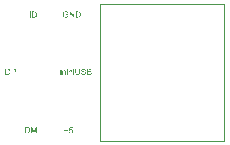
<source format=gto>
G04*
G04 #@! TF.GenerationSoftware,Altium Limited,Altium Designer,18.1.2 (67)*
G04*
G04 Layer_Color=65535*
%FSLAX25Y25*%
%MOIN*%
G70*
G01*
G75*
%ADD10C,0.00394*%
G36*
X10682Y18266D02*
X10436D01*
Y18548D01*
X10682D01*
Y18266D01*
D02*
G37*
G36*
X8495D02*
X8249D01*
Y18548D01*
X8495D01*
Y18266D01*
D02*
G37*
G36*
X13869Y18580D02*
X13893Y18578D01*
X13917Y18576D01*
X13945Y18574D01*
X14006Y18565D01*
X14074Y18552D01*
X14142Y18532D01*
X14207Y18508D01*
X14209D01*
X14213Y18504D01*
X14224Y18502D01*
X14235Y18495D01*
X14248Y18486D01*
X14266Y18478D01*
X14303Y18456D01*
X14346Y18426D01*
X14390Y18388D01*
X14432Y18347D01*
X14469Y18297D01*
X14471Y18295D01*
X14473Y18290D01*
X14477Y18284D01*
X14484Y18273D01*
X14490Y18260D01*
X14499Y18245D01*
X14506Y18225D01*
X14516Y18205D01*
X14534Y18159D01*
X14549Y18105D01*
X14562Y18046D01*
X14569Y17981D01*
X14314Y17961D01*
Y17963D01*
X14312Y17970D01*
Y17979D01*
X14309Y17992D01*
X14305Y18009D01*
X14301Y18027D01*
X14288Y18068D01*
X14270Y18114D01*
X14244Y18162D01*
X14213Y18207D01*
X14194Y18227D01*
X14172Y18247D01*
X14170Y18249D01*
X14168Y18251D01*
X14159Y18255D01*
X14150Y18262D01*
X14137Y18269D01*
X14122Y18277D01*
X14105Y18286D01*
X14085Y18297D01*
X14061Y18306D01*
X14035Y18314D01*
X14006Y18323D01*
X13976Y18330D01*
X13941Y18336D01*
X13904Y18340D01*
X13865Y18345D01*
X13802D01*
X13784Y18343D01*
X13764D01*
X13743Y18340D01*
X13716Y18338D01*
X13690Y18334D01*
X13631Y18323D01*
X13575Y18308D01*
X13520Y18286D01*
X13494Y18271D01*
X13472Y18255D01*
X13470D01*
X13468Y18251D01*
X13455Y18240D01*
X13437Y18221D01*
X13418Y18194D01*
X13398Y18164D01*
X13381Y18127D01*
X13368Y18088D01*
X13365Y18066D01*
X13363Y18042D01*
Y18040D01*
Y18037D01*
X13365Y18024D01*
X13368Y18005D01*
X13372Y17981D01*
X13383Y17952D01*
X13396Y17922D01*
X13413Y17894D01*
X13440Y17865D01*
X13444Y17863D01*
X13448Y17859D01*
X13457Y17852D01*
X13468Y17846D01*
X13481Y17839D01*
X13498Y17830D01*
X13518Y17819D01*
X13542Y17808D01*
X13570Y17798D01*
X13603Y17787D01*
X13640Y17774D01*
X13684Y17761D01*
X13729Y17748D01*
X13782Y17732D01*
X13841Y17719D01*
X13845D01*
X13856Y17717D01*
X13871Y17713D01*
X13893Y17706D01*
X13919Y17702D01*
X13950Y17693D01*
X13982Y17686D01*
X14017Y17676D01*
X14091Y17656D01*
X14165Y17636D01*
X14200Y17625D01*
X14231Y17615D01*
X14261Y17604D01*
X14285Y17593D01*
X14288D01*
X14294Y17588D01*
X14303Y17584D01*
X14314Y17578D01*
X14329Y17571D01*
X14346Y17560D01*
X14383Y17536D01*
X14427Y17508D01*
X14469Y17473D01*
X14510Y17431D01*
X14527Y17410D01*
X14545Y17388D01*
Y17386D01*
X14549Y17381D01*
X14554Y17375D01*
X14558Y17366D01*
X14564Y17355D01*
X14571Y17340D01*
X14589Y17305D01*
X14604Y17264D01*
X14617Y17216D01*
X14626Y17161D01*
X14630Y17102D01*
Y17100D01*
Y17096D01*
Y17087D01*
X14628Y17076D01*
Y17061D01*
X14626Y17046D01*
X14619Y17004D01*
X14608Y16958D01*
X14591Y16908D01*
X14567Y16856D01*
X14554Y16827D01*
X14536Y16801D01*
Y16799D01*
X14532Y16795D01*
X14527Y16788D01*
X14519Y16777D01*
X14499Y16753D01*
X14469Y16721D01*
X14432Y16686D01*
X14386Y16649D01*
X14333Y16614D01*
X14272Y16581D01*
X14270D01*
X14264Y16577D01*
X14255Y16575D01*
X14242Y16568D01*
X14227Y16564D01*
X14207Y16557D01*
X14185Y16548D01*
X14159Y16542D01*
X14133Y16535D01*
X14102Y16527D01*
X14037Y16516D01*
X13965Y16507D01*
X13886Y16503D01*
X13860D01*
X13841Y16505D01*
X13817D01*
X13791Y16507D01*
X13760Y16509D01*
X13725Y16514D01*
X13653Y16522D01*
X13577Y16535D01*
X13501Y16555D01*
X13427Y16581D01*
X13424D01*
X13418Y16586D01*
X13409Y16590D01*
X13396Y16597D01*
X13381Y16605D01*
X13363Y16614D01*
X13322Y16640D01*
X13276Y16673D01*
X13228Y16714D01*
X13180Y16762D01*
X13139Y16819D01*
X13137Y16821D01*
X13134Y16825D01*
X13130Y16834D01*
X13124Y16847D01*
X13115Y16862D01*
X13106Y16880D01*
X13095Y16902D01*
X13086Y16926D01*
X13076Y16950D01*
X13067Y16978D01*
X13049Y17041D01*
X13036Y17109D01*
X13032Y17146D01*
X13030Y17183D01*
X13280Y17205D01*
Y17202D01*
Y17198D01*
X13283Y17189D01*
X13285Y17178D01*
X13287Y17165D01*
X13289Y17152D01*
X13298Y17115D01*
X13309Y17076D01*
X13322Y17035D01*
X13339Y16993D01*
X13361Y16954D01*
X13363Y16950D01*
X13374Y16939D01*
X13389Y16921D01*
X13411Y16899D01*
X13440Y16873D01*
X13475Y16849D01*
X13516Y16823D01*
X13564Y16799D01*
X13566D01*
X13570Y16797D01*
X13577Y16795D01*
X13588Y16791D01*
X13601Y16786D01*
X13616Y16780D01*
X13634Y16775D01*
X13653Y16771D01*
X13699Y16760D01*
X13754Y16749D01*
X13810Y16743D01*
X13873Y16740D01*
X13900D01*
X13913Y16743D01*
X13928D01*
X13963Y16747D01*
X14004Y16751D01*
X14050Y16758D01*
X14096Y16769D01*
X14139Y16784D01*
X14142D01*
X14144Y16786D01*
X14150Y16788D01*
X14159Y16793D01*
X14179Y16804D01*
X14205Y16817D01*
X14233Y16834D01*
X14264Y16856D01*
X14290Y16880D01*
X14314Y16908D01*
X14316Y16913D01*
X14322Y16921D01*
X14333Y16939D01*
X14344Y16961D01*
X14353Y16987D01*
X14364Y17015D01*
X14370Y17048D01*
X14373Y17080D01*
Y17083D01*
Y17085D01*
Y17096D01*
X14370Y17115D01*
X14366Y17137D01*
X14359Y17163D01*
X14349Y17192D01*
X14336Y17220D01*
X14316Y17246D01*
X14314Y17248D01*
X14305Y17257D01*
X14292Y17270D01*
X14272Y17288D01*
X14248Y17305D01*
X14216Y17325D01*
X14179Y17344D01*
X14135Y17364D01*
X14131Y17366D01*
X14126Y17368D01*
X14118Y17370D01*
X14109Y17373D01*
X14096Y17377D01*
X14078Y17383D01*
X14061Y17388D01*
X14037Y17394D01*
X14013Y17403D01*
X13982Y17410D01*
X13950Y17418D01*
X13913Y17429D01*
X13873Y17438D01*
X13828Y17451D01*
X13778Y17462D01*
X13775D01*
X13767Y17464D01*
X13751Y17469D01*
X13734Y17473D01*
X13710Y17479D01*
X13684Y17486D01*
X13658Y17495D01*
X13627Y17503D01*
X13562Y17523D01*
X13498Y17545D01*
X13468Y17556D01*
X13440Y17567D01*
X13413Y17578D01*
X13392Y17588D01*
X13389D01*
X13385Y17593D01*
X13379Y17597D01*
X13368Y17601D01*
X13341Y17617D01*
X13311Y17639D01*
X13274Y17667D01*
X13239Y17697D01*
X13204Y17734D01*
X13176Y17774D01*
Y17776D01*
X13174Y17778D01*
X13169Y17785D01*
X13165Y17793D01*
X13154Y17817D01*
X13141Y17848D01*
X13128Y17885D01*
X13117Y17929D01*
X13108Y17976D01*
X13106Y18027D01*
Y18029D01*
Y18033D01*
Y18042D01*
X13108Y18053D01*
Y18066D01*
X13110Y18081D01*
X13117Y18120D01*
X13128Y18164D01*
X13141Y18210D01*
X13163Y18260D01*
X13191Y18310D01*
Y18312D01*
X13195Y18316D01*
X13200Y18323D01*
X13206Y18332D01*
X13228Y18356D01*
X13257Y18386D01*
X13291Y18419D01*
X13335Y18452D01*
X13385Y18484D01*
X13444Y18513D01*
X13446D01*
X13451Y18515D01*
X13461Y18519D01*
X13472Y18524D01*
X13487Y18528D01*
X13507Y18534D01*
X13529Y18541D01*
X13553Y18548D01*
X13579Y18554D01*
X13608Y18561D01*
X13668Y18572D01*
X13738Y18580D01*
X13812Y18583D01*
X13849D01*
X13869Y18580D01*
D02*
G37*
G36*
X9590Y18024D02*
X9603D01*
X9635Y18020D01*
X9673Y18016D01*
X9714Y18007D01*
X9755Y17994D01*
X9797Y17979D01*
X9799D01*
X9801Y17976D01*
X9814Y17970D01*
X9834Y17959D01*
X9860Y17946D01*
X9886Y17926D01*
X9915Y17907D01*
X9941Y17883D01*
X9962Y17854D01*
X9965Y17850D01*
X9971Y17841D01*
X9980Y17824D01*
X9993Y17802D01*
X10006Y17776D01*
X10017Y17745D01*
X10030Y17710D01*
X10039Y17671D01*
Y17669D01*
X10041Y17658D01*
X10043Y17641D01*
X10047Y17617D01*
X10050Y17584D01*
Y17564D01*
X10052Y17543D01*
Y17519D01*
X10054Y17490D01*
Y17462D01*
Y17431D01*
Y16535D01*
X9808D01*
Y17423D01*
Y17425D01*
Y17429D01*
Y17438D01*
Y17447D01*
Y17460D01*
X9805Y17475D01*
X9803Y17508D01*
X9801Y17545D01*
X9795Y17582D01*
X9788Y17617D01*
X9777Y17647D01*
X9775Y17652D01*
X9771Y17660D01*
X9764Y17673D01*
X9753Y17691D01*
X9740Y17710D01*
X9723Y17730D01*
X9701Y17750D01*
X9675Y17767D01*
X9673Y17769D01*
X9662Y17774D01*
X9646Y17782D01*
X9627Y17791D01*
X9601Y17798D01*
X9572Y17806D01*
X9540Y17811D01*
X9503Y17813D01*
X9487D01*
X9476Y17811D01*
X9463D01*
X9446Y17808D01*
X9409Y17800D01*
X9367Y17789D01*
X9322Y17772D01*
X9276Y17745D01*
X9252Y17730D01*
X9230Y17713D01*
X9228Y17710D01*
X9226Y17708D01*
X9219Y17702D01*
X9213Y17693D01*
X9204Y17680D01*
X9195Y17667D01*
X9184Y17649D01*
X9173Y17628D01*
X9162Y17604D01*
X9151Y17575D01*
X9143Y17545D01*
X9134Y17510D01*
X9127Y17471D01*
X9121Y17429D01*
X9119Y17381D01*
X9117Y17331D01*
Y16535D01*
X8870D01*
Y17994D01*
X9093D01*
Y17785D01*
X9095Y17787D01*
X9099Y17796D01*
X9110Y17806D01*
X9123Y17822D01*
X9138Y17841D01*
X9158Y17861D01*
X9182Y17883D01*
X9210Y17907D01*
X9241Y17929D01*
X9276Y17950D01*
X9313Y17970D01*
X9354Y17989D01*
X9400Y18005D01*
X9448Y18016D01*
X9500Y18024D01*
X9555Y18027D01*
X9577D01*
X9590Y18024D01*
D02*
G37*
G36*
X7464D02*
X7484Y18022D01*
X7503Y18020D01*
X7527Y18016D01*
X7554Y18011D01*
X7606Y17996D01*
X7663Y17974D01*
X7689Y17961D01*
X7715Y17946D01*
X7741Y17926D01*
X7763Y17905D01*
X7765Y17902D01*
X7767Y17898D01*
X7774Y17891D01*
X7780Y17883D01*
X7791Y17870D01*
X7800Y17854D01*
X7811Y17835D01*
X7822Y17813D01*
X7833Y17789D01*
X7843Y17763D01*
X7854Y17732D01*
X7863Y17699D01*
X7870Y17662D01*
X7876Y17623D01*
X7878Y17582D01*
X7881Y17536D01*
Y16535D01*
X7634D01*
Y17453D01*
Y17455D01*
Y17460D01*
Y17469D01*
Y17477D01*
X7632Y17503D01*
Y17536D01*
X7628Y17571D01*
X7623Y17606D01*
X7619Y17639D01*
X7610Y17667D01*
Y17669D01*
X7606Y17678D01*
X7599Y17689D01*
X7591Y17704D01*
X7578Y17721D01*
X7564Y17739D01*
X7545Y17756D01*
X7523Y17772D01*
X7521Y17774D01*
X7512Y17778D01*
X7499Y17785D01*
X7482Y17793D01*
X7460Y17800D01*
X7434Y17806D01*
X7405Y17811D01*
X7375Y17813D01*
X7360D01*
X7349Y17811D01*
X7336D01*
X7320Y17808D01*
X7286Y17800D01*
X7244Y17789D01*
X7200Y17769D01*
X7159Y17745D01*
X7137Y17728D01*
X7118Y17710D01*
Y17708D01*
X7113Y17706D01*
X7109Y17699D01*
X7102Y17691D01*
X7094Y17680D01*
X7085Y17667D01*
X7076Y17649D01*
X7067Y17632D01*
X7057Y17610D01*
X7048Y17586D01*
X7039Y17558D01*
X7030Y17529D01*
X7024Y17497D01*
X7019Y17460D01*
X7017Y17423D01*
X7015Y17381D01*
Y16535D01*
X6769D01*
Y17481D01*
Y17484D01*
Y17488D01*
Y17497D01*
Y17510D01*
X6767Y17523D01*
Y17538D01*
X6762Y17575D01*
X6753Y17615D01*
X6743Y17656D01*
X6727Y17695D01*
X6708Y17730D01*
X6706Y17734D01*
X6697Y17743D01*
X6682Y17756D01*
X6662Y17772D01*
X6634Y17787D01*
X6601Y17800D01*
X6560Y17808D01*
X6511Y17813D01*
X6494D01*
X6475Y17811D01*
X6448Y17806D01*
X6418Y17800D01*
X6385Y17789D01*
X6352Y17776D01*
X6318Y17756D01*
X6313Y17754D01*
X6302Y17745D01*
X6287Y17734D01*
X6270Y17715D01*
X6248Y17693D01*
X6226Y17665D01*
X6206Y17632D01*
X6189Y17595D01*
Y17593D01*
X6187Y17591D01*
X6185Y17584D01*
X6182Y17575D01*
X6180Y17564D01*
X6176Y17551D01*
X6174Y17536D01*
X6169Y17519D01*
X6165Y17497D01*
X6163Y17475D01*
X6158Y17451D01*
X6156Y17423D01*
X6154Y17394D01*
X6152Y17362D01*
X6150Y17329D01*
Y17292D01*
Y16535D01*
X5903D01*
Y17994D01*
X6123D01*
Y17791D01*
X6128Y17793D01*
X6137Y17806D01*
X6152Y17826D01*
X6174Y17850D01*
X6200Y17878D01*
X6230Y17907D01*
X6265Y17935D01*
X6307Y17961D01*
X6309D01*
X6311Y17963D01*
X6318Y17968D01*
X6326Y17972D01*
X6337Y17976D01*
X6350Y17983D01*
X6381Y17994D01*
X6420Y18007D01*
X6464Y18016D01*
X6514Y18024D01*
X6566Y18027D01*
X6592D01*
X6607Y18024D01*
X6623Y18022D01*
X6660Y18018D01*
X6701Y18009D01*
X6745Y17998D01*
X6788Y17981D01*
X6830Y17959D01*
X6832D01*
X6834Y17957D01*
X6847Y17946D01*
X6865Y17931D01*
X6889Y17911D01*
X6913Y17883D01*
X6937Y17852D01*
X6959Y17815D01*
X6978Y17772D01*
X6980Y17774D01*
X6987Y17782D01*
X6995Y17796D01*
X7011Y17811D01*
X7026Y17830D01*
X7048Y17852D01*
X7072Y17876D01*
X7100Y17900D01*
X7131Y17922D01*
X7166Y17946D01*
X7203Y17968D01*
X7242Y17987D01*
X7286Y18003D01*
X7331Y18016D01*
X7379Y18024D01*
X7429Y18027D01*
X7451D01*
X7464Y18024D01*
D02*
G37*
G36*
X12674Y17386D02*
Y17381D01*
Y17373D01*
Y17357D01*
Y17335D01*
X12672Y17309D01*
X12670Y17281D01*
X12668Y17248D01*
X12666Y17211D01*
X12657Y17135D01*
X12646Y17054D01*
X12629Y16976D01*
X12618Y16939D01*
X12605Y16904D01*
Y16902D01*
X12603Y16895D01*
X12598Y16886D01*
X12592Y16873D01*
X12583Y16858D01*
X12574Y16841D01*
X12548Y16801D01*
X12533Y16777D01*
X12515Y16756D01*
X12494Y16729D01*
X12472Y16705D01*
X12445Y16681D01*
X12419Y16657D01*
X12389Y16636D01*
X12356Y16614D01*
X12354Y16612D01*
X12347Y16610D01*
X12339Y16603D01*
X12323Y16597D01*
X12306Y16588D01*
X12284Y16579D01*
X12260Y16568D01*
X12230Y16559D01*
X12199Y16548D01*
X12164Y16538D01*
X12125Y16529D01*
X12084Y16520D01*
X12038Y16514D01*
X11990Y16507D01*
X11940Y16505D01*
X11887Y16503D01*
X11859D01*
X11840Y16505D01*
X11816D01*
X11789Y16507D01*
X11757Y16511D01*
X11724Y16516D01*
X11650Y16527D01*
X11571Y16544D01*
X11495Y16568D01*
X11458Y16581D01*
X11423Y16599D01*
X11421Y16601D01*
X11414Y16603D01*
X11406Y16610D01*
X11395Y16616D01*
X11379Y16627D01*
X11362Y16640D01*
X11345Y16653D01*
X11325Y16671D01*
X11281Y16710D01*
X11240Y16758D01*
X11201Y16815D01*
X11183Y16847D01*
X11168Y16880D01*
Y16882D01*
X11166Y16889D01*
X11162Y16899D01*
X11157Y16915D01*
X11151Y16932D01*
X11144Y16956D01*
X11137Y16982D01*
X11131Y17013D01*
X11122Y17048D01*
X11116Y17085D01*
X11109Y17126D01*
X11105Y17172D01*
X11098Y17220D01*
X11096Y17272D01*
X11092Y17327D01*
Y17386D01*
Y18548D01*
X11358D01*
Y17386D01*
Y17383D01*
Y17375D01*
Y17362D01*
Y17342D01*
X11360Y17320D01*
Y17296D01*
X11362Y17268D01*
X11364Y17240D01*
X11369Y17176D01*
X11377Y17113D01*
X11390Y17052D01*
X11397Y17024D01*
X11406Y17000D01*
Y16998D01*
X11408Y16995D01*
X11410Y16989D01*
X11414Y16980D01*
X11428Y16956D01*
X11445Y16930D01*
X11467Y16897D01*
X11495Y16867D01*
X11530Y16836D01*
X11571Y16808D01*
X11574D01*
X11578Y16806D01*
X11584Y16801D01*
X11593Y16797D01*
X11604Y16793D01*
X11619Y16788D01*
X11635Y16782D01*
X11652Y16775D01*
X11696Y16764D01*
X11746Y16753D01*
X11802Y16745D01*
X11863Y16743D01*
X11892D01*
X11911Y16745D01*
X11935Y16747D01*
X11964Y16749D01*
X11994Y16753D01*
X12027Y16760D01*
X12094Y16775D01*
X12129Y16786D01*
X12164Y16799D01*
X12197Y16815D01*
X12228Y16832D01*
X12256Y16851D01*
X12282Y16875D01*
X12284Y16878D01*
X12289Y16882D01*
X12293Y16891D01*
X12302Y16902D01*
X12310Y16917D01*
X12321Y16937D01*
X12334Y16961D01*
X12345Y16989D01*
X12356Y17022D01*
X12369Y17059D01*
X12380Y17100D01*
X12389Y17146D01*
X12398Y17198D01*
X12404Y17255D01*
X12406Y17318D01*
X12409Y17386D01*
Y18548D01*
X12674D01*
Y17386D01*
D02*
G37*
G36*
X15792Y18545D02*
X15816D01*
X15840Y18543D01*
X15868Y18539D01*
X15925Y18532D01*
X15988Y18521D01*
X16047Y18506D01*
X16104Y18484D01*
X16106D01*
X16110Y18482D01*
X16117Y18478D01*
X16127Y18473D01*
X16151Y18458D01*
X16184Y18439D01*
X16219Y18412D01*
X16254Y18380D01*
X16289Y18340D01*
X16321Y18297D01*
Y18295D01*
X16326Y18290D01*
X16328Y18284D01*
X16335Y18275D01*
X16341Y18264D01*
X16348Y18249D01*
X16363Y18216D01*
X16376Y18177D01*
X16389Y18131D01*
X16398Y18083D01*
X16402Y18031D01*
Y18029D01*
Y18024D01*
Y18018D01*
Y18009D01*
X16398Y17985D01*
X16394Y17952D01*
X16385Y17915D01*
X16372Y17874D01*
X16354Y17832D01*
X16330Y17789D01*
Y17787D01*
X16328Y17785D01*
X16324Y17778D01*
X16317Y17769D01*
X16302Y17750D01*
X16278Y17724D01*
X16250Y17695D01*
X16213Y17665D01*
X16171Y17634D01*
X16121Y17606D01*
X16123D01*
X16130Y17604D01*
X16138Y17599D01*
X16151Y17595D01*
X16167Y17588D01*
X16184Y17582D01*
X16223Y17562D01*
X16269Y17538D01*
X16315Y17505D01*
X16361Y17469D01*
X16400Y17423D01*
X16402Y17421D01*
X16404Y17416D01*
X16409Y17410D01*
X16415Y17401D01*
X16424Y17388D01*
X16433Y17373D01*
X16442Y17355D01*
X16450Y17335D01*
X16468Y17292D01*
X16485Y17240D01*
X16496Y17181D01*
X16500Y17150D01*
Y17118D01*
Y17115D01*
Y17111D01*
Y17104D01*
Y17094D01*
X16498Y17080D01*
Y17067D01*
X16494Y17032D01*
X16485Y16991D01*
X16474Y16948D01*
X16459Y16899D01*
X16439Y16854D01*
Y16851D01*
X16437Y16849D01*
X16433Y16843D01*
X16428Y16834D01*
X16415Y16812D01*
X16398Y16786D01*
X16378Y16756D01*
X16352Y16725D01*
X16324Y16695D01*
X16291Y16666D01*
X16287Y16664D01*
X16276Y16655D01*
X16256Y16644D01*
X16230Y16629D01*
X16199Y16614D01*
X16162Y16597D01*
X16119Y16581D01*
X16071Y16568D01*
X16069D01*
X16064Y16566D01*
X16058D01*
X16047Y16564D01*
X16034Y16562D01*
X16018Y16557D01*
X16001Y16555D01*
X15981Y16553D01*
X15960Y16548D01*
X15934Y16546D01*
X15879Y16540D01*
X15816Y16538D01*
X15746Y16535D01*
X14981D01*
Y18548D01*
X15772D01*
X15792Y18545D01*
D02*
G37*
G36*
X10682Y16535D02*
X10436D01*
Y17994D01*
X10682D01*
Y16535D01*
D02*
G37*
G36*
X8495D02*
X8249D01*
Y17994D01*
X8495D01*
Y16535D01*
D02*
G37*
G36*
X8095Y-1845D02*
X8643D01*
Y-2076D01*
X8095D01*
Y-2628D01*
X7862D01*
Y-2076D01*
X7315D01*
Y-1845D01*
X7862D01*
Y-1298D01*
X8095D01*
Y-1845D01*
D02*
G37*
G36*
X10155Y-1202D02*
X9351D01*
X9244Y-1743D01*
X9246Y-1741D01*
X9253Y-1736D01*
X9262Y-1732D01*
X9275Y-1723D01*
X9292Y-1715D01*
X9312Y-1704D01*
X9334Y-1691D01*
X9360Y-1680D01*
X9386Y-1669D01*
X9416Y-1656D01*
X9480Y-1636D01*
X9515Y-1627D01*
X9550Y-1621D01*
X9586Y-1619D01*
X9624Y-1616D01*
X9634D01*
X9650Y-1619D01*
X9667D01*
X9689Y-1623D01*
X9715Y-1625D01*
X9746Y-1632D01*
X9776Y-1638D01*
X9811Y-1649D01*
X9846Y-1660D01*
X9883Y-1675D01*
X9920Y-1693D01*
X9957Y-1715D01*
X9994Y-1739D01*
X10031Y-1767D01*
X10066Y-1799D01*
X10068Y-1802D01*
X10075Y-1808D01*
X10084Y-1819D01*
X10095Y-1832D01*
X10110Y-1850D01*
X10125Y-1874D01*
X10140Y-1898D01*
X10158Y-1926D01*
X10175Y-1959D01*
X10190Y-1996D01*
X10208Y-2033D01*
X10221Y-2076D01*
X10232Y-2120D01*
X10240Y-2168D01*
X10247Y-2218D01*
X10249Y-2270D01*
Y-2273D01*
Y-2283D01*
Y-2297D01*
X10247Y-2316D01*
X10245Y-2340D01*
X10240Y-2366D01*
X10236Y-2397D01*
X10230Y-2432D01*
X10221Y-2467D01*
X10210Y-2506D01*
X10197Y-2545D01*
X10182Y-2584D01*
X10164Y-2624D01*
X10142Y-2665D01*
X10118Y-2704D01*
X10090Y-2741D01*
X10088Y-2743D01*
X10081Y-2752D01*
X10070Y-2763D01*
X10055Y-2778D01*
X10036Y-2798D01*
X10012Y-2818D01*
X9983Y-2842D01*
X9951Y-2863D01*
X9916Y-2885D01*
X9877Y-2909D01*
X9833Y-2929D01*
X9785Y-2946D01*
X9735Y-2964D01*
X9680Y-2974D01*
X9624Y-2983D01*
X9562Y-2985D01*
X9536D01*
X9517Y-2983D01*
X9493Y-2981D01*
X9467Y-2977D01*
X9436Y-2972D01*
X9403Y-2966D01*
X9369Y-2959D01*
X9331Y-2948D01*
X9294Y-2935D01*
X9257Y-2920D01*
X9220Y-2903D01*
X9183Y-2883D01*
X9148Y-2859D01*
X9114Y-2833D01*
X9111Y-2831D01*
X9107Y-2826D01*
X9098Y-2818D01*
X9087Y-2805D01*
X9072Y-2789D01*
X9057Y-2772D01*
X9042Y-2750D01*
X9024Y-2724D01*
X9007Y-2698D01*
X8989Y-2667D01*
X8974Y-2632D01*
X8959Y-2597D01*
X8943Y-2558D01*
X8933Y-2517D01*
X8924Y-2471D01*
X8917Y-2425D01*
X9177Y-2406D01*
Y-2408D01*
X9179Y-2414D01*
X9181Y-2423D01*
X9183Y-2436D01*
X9185Y-2451D01*
X9192Y-2471D01*
X9203Y-2512D01*
X9220Y-2558D01*
X9244Y-2606D01*
X9273Y-2650D01*
X9290Y-2669D01*
X9307Y-2689D01*
X9310D01*
X9312Y-2693D01*
X9318Y-2698D01*
X9327Y-2704D01*
X9349Y-2719D01*
X9379Y-2735D01*
X9416Y-2752D01*
X9460Y-2767D01*
X9508Y-2778D01*
X9534Y-2781D01*
X9562Y-2783D01*
X9580D01*
X9593Y-2781D01*
X9608Y-2778D01*
X9626Y-2776D01*
X9667Y-2765D01*
X9715Y-2750D01*
X9739Y-2739D01*
X9765Y-2726D01*
X9791Y-2711D01*
X9815Y-2693D01*
X9839Y-2674D01*
X9863Y-2650D01*
X9866Y-2648D01*
X9868Y-2643D01*
X9874Y-2637D01*
X9883Y-2626D01*
X9892Y-2610D01*
X9903Y-2595D01*
X9913Y-2576D01*
X9927Y-2554D01*
X9938Y-2530D01*
X9948Y-2504D01*
X9959Y-2473D01*
X9968Y-2443D01*
X9977Y-2408D01*
X9983Y-2371D01*
X9985Y-2334D01*
X9988Y-2292D01*
Y-2290D01*
Y-2283D01*
Y-2273D01*
X9985Y-2257D01*
X9983Y-2240D01*
X9981Y-2218D01*
X9977Y-2196D01*
X9972Y-2170D01*
X9959Y-2118D01*
X9938Y-2061D01*
X9924Y-2035D01*
X9907Y-2009D01*
X9889Y-1983D01*
X9868Y-1959D01*
X9866Y-1956D01*
X9863Y-1954D01*
X9855Y-1948D01*
X9846Y-1939D01*
X9835Y-1930D01*
X9820Y-1919D01*
X9804Y-1908D01*
X9785Y-1895D01*
X9763Y-1885D01*
X9741Y-1874D01*
X9687Y-1854D01*
X9658Y-1845D01*
X9626Y-1839D01*
X9593Y-1837D01*
X9558Y-1834D01*
X9539D01*
X9515Y-1837D01*
X9486Y-1841D01*
X9451Y-1847D01*
X9414Y-1858D01*
X9377Y-1871D01*
X9340Y-1891D01*
X9336Y-1893D01*
X9325Y-1900D01*
X9307Y-1913D01*
X9286Y-1928D01*
X9264Y-1950D01*
X9238Y-1974D01*
X9214Y-2002D01*
X9192Y-2033D01*
X8961Y-2000D01*
X9155Y-967D01*
X10155D01*
Y-1202D01*
D02*
G37*
G36*
X-1733Y-2953D02*
X-1991D01*
Y-1268D01*
X-2579Y-2953D01*
X-2819D01*
X-3399Y-1239D01*
Y-2953D01*
X-3656D01*
Y-941D01*
X-3257D01*
X-2780Y-2366D01*
Y-2369D01*
X-2778Y-2375D01*
X-2773Y-2386D01*
X-2769Y-2399D01*
X-2765Y-2414D01*
X-2758Y-2434D01*
X-2743Y-2478D01*
X-2728Y-2526D01*
X-2712Y-2576D01*
X-2697Y-2621D01*
X-2691Y-2643D01*
X-2684Y-2663D01*
Y-2661D01*
X-2682Y-2658D01*
X-2680Y-2652D01*
X-2678Y-2643D01*
X-2673Y-2630D01*
X-2669Y-2617D01*
X-2664Y-2600D01*
X-2658Y-2582D01*
X-2651Y-2560D01*
X-2643Y-2536D01*
X-2634Y-2510D01*
X-2625Y-2480D01*
X-2614Y-2449D01*
X-2603Y-2414D01*
X-2590Y-2379D01*
X-2577Y-2340D01*
X-2093Y-941D01*
X-1733D01*
Y-2953D01*
D02*
G37*
G36*
X-4905Y-943D02*
X-4879D01*
X-4853Y-945D01*
X-4794Y-947D01*
X-4735Y-954D01*
X-4677Y-960D01*
X-4650Y-967D01*
X-4626Y-971D01*
X-4624D01*
X-4618Y-973D01*
X-4609Y-975D01*
X-4598Y-980D01*
X-4583Y-984D01*
X-4565Y-989D01*
X-4524Y-1004D01*
X-4478Y-1024D01*
X-4430Y-1047D01*
X-4380Y-1078D01*
X-4332Y-1115D01*
X-4330Y-1117D01*
X-4326Y-1122D01*
X-4317Y-1128D01*
X-4306Y-1139D01*
X-4293Y-1152D01*
X-4278Y-1170D01*
X-4260Y-1187D01*
X-4243Y-1209D01*
X-4223Y-1233D01*
X-4203Y-1259D01*
X-4184Y-1287D01*
X-4164Y-1318D01*
X-4127Y-1385D01*
X-4095Y-1459D01*
Y-1462D01*
X-4090Y-1468D01*
X-4088Y-1481D01*
X-4081Y-1496D01*
X-4075Y-1516D01*
X-4068Y-1540D01*
X-4062Y-1566D01*
X-4053Y-1597D01*
X-4047Y-1632D01*
X-4040Y-1669D01*
X-4033Y-1708D01*
X-4027Y-1749D01*
X-4020Y-1793D01*
X-4018Y-1839D01*
X-4014Y-1937D01*
Y-1939D01*
Y-1948D01*
Y-1959D01*
Y-1976D01*
X-4016Y-1996D01*
Y-2020D01*
X-4018Y-2046D01*
X-4020Y-2074D01*
X-4027Y-2137D01*
X-4038Y-2205D01*
X-4051Y-2275D01*
X-4068Y-2345D01*
Y-2347D01*
X-4070Y-2353D01*
X-4075Y-2362D01*
X-4077Y-2373D01*
X-4084Y-2388D01*
X-4090Y-2406D01*
X-4105Y-2447D01*
X-4125Y-2493D01*
X-4149Y-2543D01*
X-4175Y-2591D01*
X-4206Y-2637D01*
Y-2639D01*
X-4210Y-2641D01*
X-4214Y-2648D01*
X-4221Y-2656D01*
X-4236Y-2676D01*
X-4260Y-2702D01*
X-4286Y-2733D01*
X-4317Y-2763D01*
X-4352Y-2791D01*
X-4389Y-2820D01*
X-4391D01*
X-4393Y-2822D01*
X-4406Y-2831D01*
X-4428Y-2842D01*
X-4456Y-2857D01*
X-4491Y-2872D01*
X-4533Y-2889D01*
X-4581Y-2905D01*
X-4631Y-2920D01*
X-4633D01*
X-4637Y-2922D01*
X-4644D01*
X-4655Y-2924D01*
X-4668Y-2927D01*
X-4685Y-2931D01*
X-4703Y-2933D01*
X-4722Y-2935D01*
X-4770Y-2942D01*
X-4825Y-2948D01*
X-4886Y-2951D01*
X-4951Y-2953D01*
X-5677D01*
Y-941D01*
X-4927D01*
X-4905Y-943D01*
D02*
G37*
G36*
X-9303Y18545D02*
X-9253Y18543D01*
X-9203Y18539D01*
X-9155Y18534D01*
X-9131Y18532D01*
X-9111Y18528D01*
X-9109D01*
X-9105Y18526D01*
X-9096D01*
X-9087Y18524D01*
X-9074Y18519D01*
X-9059Y18517D01*
X-9024Y18506D01*
X-8985Y18493D01*
X-8943Y18476D01*
X-8902Y18456D01*
X-8863Y18432D01*
X-8861D01*
X-8858Y18430D01*
X-8845Y18419D01*
X-8828Y18404D01*
X-8804Y18382D01*
X-8780Y18356D01*
X-8752Y18321D01*
X-8725Y18284D01*
X-8702Y18238D01*
Y18236D01*
X-8699Y18232D01*
X-8695Y18225D01*
X-8691Y18216D01*
X-8686Y18205D01*
X-8682Y18190D01*
X-8669Y18157D01*
X-8658Y18116D01*
X-8647Y18070D01*
X-8640Y18018D01*
X-8638Y17963D01*
Y17961D01*
Y17952D01*
Y17939D01*
X-8640Y17920D01*
X-8643Y17898D01*
X-8647Y17874D01*
X-8651Y17846D01*
X-8658Y17813D01*
X-8667Y17780D01*
X-8677Y17745D01*
X-8691Y17710D01*
X-8708Y17673D01*
X-8725Y17636D01*
X-8747Y17599D01*
X-8773Y17564D01*
X-8802Y17529D01*
X-8804Y17527D01*
X-8811Y17523D01*
X-8819Y17514D01*
X-8834Y17501D01*
X-8852Y17488D01*
X-8876Y17473D01*
X-8904Y17458D01*
X-8937Y17442D01*
X-8976Y17425D01*
X-9018Y17410D01*
X-9068Y17394D01*
X-9120Y17381D01*
X-9181Y17370D01*
X-9246Y17362D01*
X-9316Y17355D01*
X-9395Y17353D01*
X-9909D01*
Y16535D01*
X-10175D01*
Y18548D01*
X-9347D01*
X-9303Y18545D01*
D02*
G37*
G36*
X-11433D02*
X-11407D01*
X-11381Y18543D01*
X-11322Y18541D01*
X-11263Y18534D01*
X-11204Y18528D01*
X-11178Y18521D01*
X-11154Y18517D01*
X-11152D01*
X-11145Y18515D01*
X-11136Y18513D01*
X-11126Y18508D01*
X-11110Y18504D01*
X-11093Y18500D01*
X-11051Y18484D01*
X-11006Y18465D01*
X-10958Y18441D01*
X-10908Y18410D01*
X-10860Y18373D01*
X-10858Y18371D01*
X-10853Y18367D01*
X-10844Y18360D01*
X-10834Y18349D01*
X-10820Y18336D01*
X-10805Y18319D01*
X-10788Y18301D01*
X-10770Y18279D01*
X-10751Y18255D01*
X-10731Y18229D01*
X-10711Y18201D01*
X-10692Y18170D01*
X-10655Y18103D01*
X-10622Y18029D01*
Y18027D01*
X-10618Y18020D01*
X-10616Y18007D01*
X-10609Y17992D01*
X-10602Y17972D01*
X-10596Y17948D01*
X-10589Y17922D01*
X-10581Y17891D01*
X-10574Y17856D01*
X-10567Y17819D01*
X-10561Y17780D01*
X-10554Y17739D01*
X-10548Y17695D01*
X-10546Y17649D01*
X-10541Y17551D01*
Y17549D01*
Y17540D01*
Y17529D01*
Y17512D01*
X-10544Y17492D01*
Y17469D01*
X-10546Y17442D01*
X-10548Y17414D01*
X-10554Y17351D01*
X-10565Y17283D01*
X-10578Y17213D01*
X-10596Y17144D01*
Y17142D01*
X-10598Y17135D01*
X-10602Y17126D01*
X-10605Y17115D01*
X-10611Y17100D01*
X-10618Y17083D01*
X-10633Y17041D01*
X-10653Y16995D01*
X-10677Y16945D01*
X-10703Y16897D01*
X-10733Y16851D01*
Y16849D01*
X-10738Y16847D01*
X-10742Y16841D01*
X-10748Y16832D01*
X-10764Y16812D01*
X-10788Y16786D01*
X-10814Y16756D01*
X-10844Y16725D01*
X-10879Y16697D01*
X-10916Y16668D01*
X-10919D01*
X-10921Y16666D01*
X-10934Y16657D01*
X-10956Y16647D01*
X-10984Y16631D01*
X-11019Y16616D01*
X-11060Y16599D01*
X-11108Y16583D01*
X-11158Y16568D01*
X-11161D01*
X-11165Y16566D01*
X-11171D01*
X-11182Y16564D01*
X-11195Y16562D01*
X-11213Y16557D01*
X-11230Y16555D01*
X-11250Y16553D01*
X-11298Y16546D01*
X-11352Y16540D01*
X-11413Y16538D01*
X-11479Y16535D01*
X-12205D01*
Y18548D01*
X-11455D01*
X-11433Y18545D01*
D02*
G37*
G36*
X7983Y37675D02*
X8005Y37673D01*
X8029Y37670D01*
X8057Y37668D01*
X8118Y37659D01*
X8186Y37646D01*
X8253Y37629D01*
X8321Y37605D01*
X8323D01*
X8330Y37603D01*
X8338Y37598D01*
X8349Y37592D01*
X8364Y37585D01*
X8382Y37577D01*
X8421Y37555D01*
X8467Y37527D01*
X8513Y37494D01*
X8556Y37455D01*
X8598Y37409D01*
X8600Y37407D01*
X8602Y37402D01*
X8606Y37396D01*
X8615Y37387D01*
X8622Y37374D01*
X8633Y37359D01*
X8643Y37341D01*
X8654Y37319D01*
X8667Y37298D01*
X8678Y37274D01*
X8691Y37245D01*
X8704Y37217D01*
X8728Y37152D01*
X8750Y37080D01*
X8508Y37014D01*
Y37016D01*
X8506Y37021D01*
X8504Y37029D01*
X8500Y37040D01*
X8495Y37051D01*
X8491Y37067D01*
X8478Y37101D01*
X8460Y37141D01*
X8441Y37180D01*
X8419Y37219D01*
X8395Y37254D01*
X8393Y37258D01*
X8382Y37269D01*
X8367Y37285D01*
X8347Y37306D01*
X8319Y37328D01*
X8286Y37352D01*
X8247Y37374D01*
X8203Y37396D01*
X8201D01*
X8197Y37398D01*
X8190Y37400D01*
X8181Y37405D01*
X8170Y37409D01*
X8155Y37413D01*
X8122Y37424D01*
X8081Y37433D01*
X8035Y37442D01*
X7983Y37448D01*
X7928Y37450D01*
X7898D01*
X7883Y37448D01*
X7863D01*
X7843Y37446D01*
X7819Y37444D01*
X7772Y37437D01*
X7717Y37426D01*
X7665Y37413D01*
X7612Y37394D01*
X7610D01*
X7606Y37391D01*
X7599Y37387D01*
X7591Y37383D01*
X7566Y37372D01*
X7536Y37354D01*
X7501Y37332D01*
X7466Y37306D01*
X7429Y37278D01*
X7396Y37245D01*
X7392Y37241D01*
X7383Y37230D01*
X7368Y37210D01*
X7351Y37187D01*
X7331Y37158D01*
X7309Y37123D01*
X7290Y37086D01*
X7272Y37047D01*
Y37045D01*
X7270Y37038D01*
X7266Y37029D01*
X7261Y37014D01*
X7255Y36997D01*
X7248Y36977D01*
X7242Y36953D01*
X7235Y36927D01*
X7226Y36899D01*
X7220Y36866D01*
X7209Y36798D01*
X7200Y36722D01*
X7196Y36641D01*
Y36639D01*
Y36630D01*
Y36615D01*
X7198Y36598D01*
Y36574D01*
X7200Y36548D01*
X7205Y36517D01*
X7207Y36485D01*
X7218Y36413D01*
X7235Y36338D01*
X7257Y36262D01*
X7288Y36190D01*
X7290Y36188D01*
X7292Y36182D01*
X7296Y36173D01*
X7305Y36160D01*
X7314Y36147D01*
X7327Y36129D01*
X7355Y36090D01*
X7394Y36046D01*
X7440Y36000D01*
X7492Y35959D01*
X7523Y35939D01*
X7556Y35922D01*
X7558D01*
X7564Y35918D01*
X7573Y35913D01*
X7586Y35909D01*
X7604Y35902D01*
X7623Y35894D01*
X7645Y35887D01*
X7669Y35878D01*
X7695Y35870D01*
X7726Y35863D01*
X7789Y35848D01*
X7859Y35839D01*
X7933Y35835D01*
X7950D01*
X7963Y35837D01*
X7979D01*
X7996Y35839D01*
X8016Y35841D01*
X8040Y35844D01*
X8090Y35850D01*
X8146Y35863D01*
X8207Y35878D01*
X8269Y35900D01*
X8271D01*
X8275Y35902D01*
X8284Y35907D01*
X8297Y35911D01*
X8310Y35918D01*
X8325Y35926D01*
X8362Y35944D01*
X8404Y35966D01*
X8445Y35990D01*
X8484Y36014D01*
X8519Y36042D01*
Y36419D01*
X7928D01*
Y36657D01*
X8781D01*
Y35909D01*
X8779Y35907D01*
X8772Y35902D01*
X8761Y35894D01*
X8746Y35883D01*
X8728Y35870D01*
X8707Y35857D01*
X8683Y35839D01*
X8657Y35822D01*
X8628Y35804D01*
X8596Y35785D01*
X8528Y35745D01*
X8454Y35708D01*
X8375Y35676D01*
X8373D01*
X8367Y35671D01*
X8356Y35669D01*
X8338Y35663D01*
X8321Y35658D01*
X8297Y35652D01*
X8273Y35643D01*
X8245Y35636D01*
X8212Y35630D01*
X8179Y35621D01*
X8107Y35610D01*
X8029Y35602D01*
X7948Y35597D01*
X7920D01*
X7898Y35599D01*
X7872Y35602D01*
X7841Y35604D01*
X7806Y35608D01*
X7769Y35612D01*
X7730Y35619D01*
X7686Y35628D01*
X7643Y35639D01*
X7595Y35652D01*
X7549Y35665D01*
X7503Y35682D01*
X7455Y35702D01*
X7410Y35724D01*
X7407Y35726D01*
X7399Y35730D01*
X7386Y35737D01*
X7370Y35748D01*
X7351Y35761D01*
X7327Y35776D01*
X7301Y35796D01*
X7272Y35817D01*
X7244Y35841D01*
X7213Y35870D01*
X7183Y35898D01*
X7152Y35931D01*
X7124Y35968D01*
X7096Y36005D01*
X7067Y36046D01*
X7043Y36090D01*
X7041Y36092D01*
X7039Y36101D01*
X7032Y36114D01*
X7024Y36131D01*
X7015Y36155D01*
X7004Y36182D01*
X6993Y36212D01*
X6982Y36247D01*
X6971Y36284D01*
X6961Y36325D01*
X6950Y36371D01*
X6941Y36417D01*
X6932Y36467D01*
X6926Y36517D01*
X6923Y36572D01*
X6921Y36626D01*
Y36630D01*
Y36639D01*
Y36654D01*
X6923Y36676D01*
X6926Y36702D01*
X6928Y36733D01*
X6932Y36768D01*
X6937Y36805D01*
X6943Y36846D01*
X6952Y36890D01*
X6974Y36981D01*
X6987Y37029D01*
X7004Y37077D01*
X7022Y37125D01*
X7043Y37173D01*
X7045Y37176D01*
X7050Y37184D01*
X7056Y37197D01*
X7065Y37215D01*
X7078Y37237D01*
X7094Y37261D01*
X7113Y37287D01*
X7133Y37317D01*
X7157Y37348D01*
X7183Y37378D01*
X7211Y37409D01*
X7244Y37442D01*
X7277Y37472D01*
X7314Y37500D01*
X7353Y37529D01*
X7394Y37553D01*
X7396Y37555D01*
X7405Y37557D01*
X7418Y37564D01*
X7436Y37572D01*
X7457Y37581D01*
X7484Y37592D01*
X7514Y37603D01*
X7547Y37616D01*
X7584Y37627D01*
X7625Y37638D01*
X7669Y37649D01*
X7717Y37657D01*
X7765Y37666D01*
X7817Y37673D01*
X7872Y37675D01*
X7926Y37677D01*
X7963D01*
X7983Y37675D01*
D02*
G37*
G36*
X10756Y35630D02*
X10481D01*
X9426Y37208D01*
Y35630D01*
X9171D01*
Y37642D01*
X9443D01*
X10501Y36062D01*
Y37642D01*
X10756D01*
Y35630D01*
D02*
G37*
G36*
X11975Y37640D02*
X12001D01*
X12027Y37638D01*
X12086Y37635D01*
X12145Y37629D01*
X12203Y37622D01*
X12230Y37616D01*
X12253Y37611D01*
X12256D01*
X12262Y37609D01*
X12271Y37607D01*
X12282Y37603D01*
X12297Y37598D01*
X12315Y37594D01*
X12356Y37579D01*
X12402Y37559D01*
X12450Y37535D01*
X12500Y37505D01*
X12548Y37468D01*
X12550Y37466D01*
X12554Y37461D01*
X12563Y37455D01*
X12574Y37444D01*
X12587Y37431D01*
X12602Y37413D01*
X12620Y37396D01*
X12637Y37374D01*
X12657Y37350D01*
X12676Y37324D01*
X12696Y37295D01*
X12716Y37265D01*
X12753Y37197D01*
X12786Y37123D01*
Y37121D01*
X12790Y37115D01*
X12792Y37101D01*
X12799Y37086D01*
X12805Y37067D01*
X12812Y37043D01*
X12818Y37016D01*
X12827Y36986D01*
X12833Y36951D01*
X12840Y36914D01*
X12846Y36875D01*
X12853Y36833D01*
X12860Y36790D01*
X12862Y36744D01*
X12866Y36646D01*
Y36644D01*
Y36635D01*
Y36624D01*
Y36607D01*
X12864Y36587D01*
Y36563D01*
X12862Y36537D01*
X12860Y36509D01*
X12853Y36445D01*
X12842Y36378D01*
X12829Y36308D01*
X12812Y36238D01*
Y36236D01*
X12809Y36229D01*
X12805Y36221D01*
X12803Y36210D01*
X12796Y36195D01*
X12790Y36177D01*
X12775Y36136D01*
X12755Y36090D01*
X12731Y36040D01*
X12705Y35992D01*
X12674Y35946D01*
Y35944D01*
X12670Y35942D01*
X12666Y35935D01*
X12659Y35926D01*
X12644Y35907D01*
X12620Y35881D01*
X12594Y35850D01*
X12563Y35820D01*
X12528Y35791D01*
X12491Y35763D01*
X12489D01*
X12487Y35761D01*
X12474Y35752D01*
X12452Y35741D01*
X12424Y35726D01*
X12389Y35711D01*
X12347Y35693D01*
X12299Y35678D01*
X12249Y35663D01*
X12247D01*
X12243Y35660D01*
X12236D01*
X12225Y35658D01*
X12212Y35656D01*
X12195Y35652D01*
X12177Y35649D01*
X12158Y35647D01*
X12110Y35641D01*
X12055Y35634D01*
X11994Y35632D01*
X11929Y35630D01*
X11203D01*
Y37642D01*
X11953D01*
X11975Y37640D01*
D02*
G37*
G36*
X-2596D02*
X-2570D01*
X-2544Y37638D01*
X-2485Y37635D01*
X-2426Y37629D01*
X-2367Y37622D01*
X-2341Y37616D01*
X-2317Y37611D01*
X-2315D01*
X-2308Y37609D01*
X-2300Y37607D01*
X-2289Y37603D01*
X-2273Y37598D01*
X-2256Y37594D01*
X-2214Y37579D01*
X-2169Y37559D01*
X-2121Y37535D01*
X-2071Y37505D01*
X-2023Y37468D01*
X-2021Y37466D01*
X-2016Y37461D01*
X-2007Y37455D01*
X-1997Y37444D01*
X-1983Y37431D01*
X-1968Y37413D01*
X-1951Y37396D01*
X-1933Y37374D01*
X-1914Y37350D01*
X-1894Y37324D01*
X-1874Y37295D01*
X-1855Y37265D01*
X-1818Y37197D01*
X-1785Y37123D01*
Y37121D01*
X-1781Y37115D01*
X-1778Y37101D01*
X-1772Y37086D01*
X-1765Y37067D01*
X-1759Y37043D01*
X-1752Y37016D01*
X-1744Y36986D01*
X-1737Y36951D01*
X-1730Y36914D01*
X-1724Y36875D01*
X-1717Y36833D01*
X-1711Y36790D01*
X-1709Y36744D01*
X-1704Y36646D01*
Y36644D01*
Y36635D01*
Y36624D01*
Y36607D01*
X-1706Y36587D01*
Y36563D01*
X-1709Y36537D01*
X-1711Y36509D01*
X-1717Y36445D01*
X-1728Y36378D01*
X-1741Y36308D01*
X-1759Y36238D01*
Y36236D01*
X-1761Y36229D01*
X-1765Y36221D01*
X-1768Y36210D01*
X-1774Y36195D01*
X-1781Y36177D01*
X-1796Y36136D01*
X-1815Y36090D01*
X-1839Y36040D01*
X-1866Y35992D01*
X-1896Y35946D01*
Y35944D01*
X-1901Y35942D01*
X-1905Y35935D01*
X-1911Y35926D01*
X-1927Y35907D01*
X-1951Y35881D01*
X-1977Y35850D01*
X-2007Y35820D01*
X-2042Y35791D01*
X-2079Y35763D01*
X-2081D01*
X-2084Y35761D01*
X-2097Y35752D01*
X-2119Y35741D01*
X-2147Y35726D01*
X-2182Y35711D01*
X-2223Y35693D01*
X-2271Y35678D01*
X-2321Y35663D01*
X-2324D01*
X-2328Y35660D01*
X-2334D01*
X-2345Y35658D01*
X-2358Y35656D01*
X-2376Y35652D01*
X-2393Y35649D01*
X-2413Y35647D01*
X-2461Y35641D01*
X-2515Y35634D01*
X-2576Y35632D01*
X-2642Y35630D01*
X-3368D01*
Y37642D01*
X-2618D01*
X-2596Y37640D01*
D02*
G37*
G36*
X-3836Y35630D02*
X-4102D01*
Y37642D01*
X-3836D01*
Y35630D01*
D02*
G37*
%LPC*%
G36*
X15687Y18310D02*
X15247D01*
Y17702D01*
X15724D01*
X15742Y17704D01*
X15779D01*
X15820Y17706D01*
X15864Y17710D01*
X15903Y17717D01*
X15920Y17719D01*
X15936Y17724D01*
X15938D01*
X15940Y17726D01*
X15953Y17730D01*
X15971Y17737D01*
X15992Y17748D01*
X16016Y17761D01*
X16043Y17778D01*
X16067Y17800D01*
X16088Y17824D01*
X16091Y17828D01*
X16097Y17837D01*
X16106Y17852D01*
X16114Y17872D01*
X16123Y17898D01*
X16132Y17929D01*
X16138Y17961D01*
X16141Y18000D01*
Y18003D01*
Y18005D01*
Y18018D01*
X16138Y18035D01*
X16134Y18059D01*
X16127Y18088D01*
X16119Y18118D01*
X16108Y18149D01*
X16091Y18177D01*
X16088Y18181D01*
X16082Y18190D01*
X16071Y18203D01*
X16056Y18218D01*
X16036Y18236D01*
X16012Y18253D01*
X15986Y18269D01*
X15953Y18282D01*
X15949Y18284D01*
X15944D01*
X15936Y18286D01*
X15927Y18288D01*
X15914Y18290D01*
X15899Y18293D01*
X15883Y18297D01*
X15864Y18299D01*
X15840Y18301D01*
X15816Y18303D01*
X15788Y18306D01*
X15757Y18308D01*
X15724D01*
X15687Y18310D01*
D02*
G37*
G36*
X15711Y17464D02*
X15247D01*
Y16773D01*
X15792D01*
X15820Y16775D01*
X15848D01*
X15879Y16777D01*
X15907Y16780D01*
X15929Y16782D01*
X15934D01*
X15944Y16784D01*
X15962Y16788D01*
X15984Y16795D01*
X16008Y16801D01*
X16032Y16812D01*
X16058Y16823D01*
X16082Y16836D01*
X16084Y16838D01*
X16093Y16843D01*
X16104Y16851D01*
X16119Y16865D01*
X16134Y16880D01*
X16151Y16899D01*
X16169Y16921D01*
X16184Y16948D01*
X16186Y16952D01*
X16191Y16961D01*
X16197Y16976D01*
X16206Y16998D01*
X16213Y17022D01*
X16219Y17050D01*
X16223Y17083D01*
X16226Y17118D01*
Y17120D01*
Y17122D01*
Y17128D01*
Y17137D01*
X16223Y17157D01*
X16219Y17185D01*
X16210Y17216D01*
X16202Y17248D01*
X16186Y17281D01*
X16167Y17314D01*
X16165Y17318D01*
X16156Y17327D01*
X16143Y17342D01*
X16125Y17359D01*
X16101Y17379D01*
X16073Y17397D01*
X16043Y17414D01*
X16005Y17429D01*
X16003D01*
X16001Y17431D01*
X15995Y17434D01*
X15986Y17436D01*
X15975Y17438D01*
X15964Y17440D01*
X15949Y17445D01*
X15931Y17447D01*
X15910Y17451D01*
X15888Y17453D01*
X15864Y17455D01*
X15838Y17460D01*
X15779Y17462D01*
X15711Y17464D01*
D02*
G37*
G36*
X-4947Y-1178D02*
X-5411D01*
Y-2715D01*
X-4949D01*
X-4932Y-2713D01*
X-4912D01*
X-4868Y-2711D01*
X-4818Y-2706D01*
X-4766Y-2700D01*
X-4716Y-2691D01*
X-4670Y-2680D01*
X-4668D01*
X-4666Y-2678D01*
X-4659Y-2676D01*
X-4650Y-2674D01*
X-4631Y-2665D01*
X-4605Y-2654D01*
X-4576Y-2639D01*
X-4546Y-2621D01*
X-4515Y-2600D01*
X-4489Y-2576D01*
X-4487Y-2573D01*
X-4485Y-2571D01*
X-4474Y-2558D01*
X-4456Y-2536D01*
X-4435Y-2508D01*
X-4413Y-2471D01*
X-4389Y-2427D01*
X-4365Y-2377D01*
X-4343Y-2321D01*
Y-2318D01*
X-4341Y-2314D01*
X-4339Y-2305D01*
X-4334Y-2292D01*
X-4330Y-2277D01*
X-4326Y-2257D01*
X-4321Y-2235D01*
X-4315Y-2212D01*
X-4310Y-2185D01*
X-4306Y-2155D01*
X-4302Y-2124D01*
X-4297Y-2090D01*
X-4291Y-2015D01*
X-4289Y-1932D01*
Y-1928D01*
Y-1919D01*
Y-1902D01*
X-4291Y-1880D01*
Y-1854D01*
X-4293Y-1823D01*
X-4297Y-1791D01*
X-4302Y-1754D01*
X-4315Y-1675D01*
X-4332Y-1595D01*
X-4358Y-1518D01*
X-4376Y-1481D01*
X-4393Y-1449D01*
X-4395Y-1446D01*
X-4397Y-1442D01*
X-4404Y-1433D01*
X-4413Y-1420D01*
X-4422Y-1407D01*
X-4435Y-1392D01*
X-4463Y-1357D01*
X-4500Y-1318D01*
X-4544Y-1281D01*
X-4592Y-1246D01*
X-4618Y-1233D01*
X-4646Y-1220D01*
X-4648D01*
X-4650Y-1218D01*
X-4657Y-1215D01*
X-4666Y-1213D01*
X-4679Y-1211D01*
X-4692Y-1207D01*
X-4709Y-1202D01*
X-4729Y-1198D01*
X-4751Y-1196D01*
X-4777Y-1191D01*
X-4805Y-1187D01*
X-4836Y-1185D01*
X-4871Y-1183D01*
X-4908Y-1180D01*
X-4947Y-1178D01*
D02*
G37*
G36*
X-9331Y18310D02*
X-9909D01*
Y17591D01*
X-9366D01*
X-9349Y17593D01*
X-9327D01*
X-9303Y17595D01*
X-9275Y17599D01*
X-9246Y17604D01*
X-9185Y17615D01*
X-9124Y17632D01*
X-9096Y17643D01*
X-9070Y17656D01*
X-9044Y17669D01*
X-9022Y17686D01*
X-9020Y17689D01*
X-9018Y17691D01*
X-9011Y17697D01*
X-9004Y17704D01*
X-8987Y17726D01*
X-8967Y17756D01*
X-8948Y17796D01*
X-8930Y17841D01*
X-8917Y17896D01*
X-8915Y17924D01*
X-8913Y17957D01*
Y17959D01*
Y17963D01*
Y17970D01*
Y17979D01*
X-8917Y18003D01*
X-8922Y18031D01*
X-8928Y18066D01*
X-8941Y18101D01*
X-8957Y18138D01*
X-8978Y18173D01*
X-8980Y18177D01*
X-8989Y18188D01*
X-9004Y18203D01*
X-9022Y18221D01*
X-9048Y18240D01*
X-9076Y18260D01*
X-9109Y18277D01*
X-9146Y18290D01*
X-9148D01*
X-9159Y18293D01*
X-9177Y18297D01*
X-9203Y18301D01*
X-9218D01*
X-9236Y18303D01*
X-9257Y18306D01*
X-9279Y18308D01*
X-9305D01*
X-9331Y18310D01*
D02*
G37*
G36*
X-11474D02*
X-11939D01*
Y16773D01*
X-11477D01*
X-11459Y16775D01*
X-11440D01*
X-11396Y16777D01*
X-11346Y16782D01*
X-11293Y16788D01*
X-11243Y16797D01*
X-11198Y16808D01*
X-11195D01*
X-11193Y16810D01*
X-11187Y16812D01*
X-11178Y16815D01*
X-11158Y16823D01*
X-11132Y16834D01*
X-11104Y16849D01*
X-11073Y16867D01*
X-11043Y16889D01*
X-11017Y16913D01*
X-11014Y16915D01*
X-11012Y16917D01*
X-11001Y16930D01*
X-10984Y16952D01*
X-10962Y16980D01*
X-10940Y17017D01*
X-10916Y17061D01*
X-10892Y17111D01*
X-10871Y17168D01*
Y17170D01*
X-10868Y17174D01*
X-10866Y17183D01*
X-10862Y17196D01*
X-10858Y17211D01*
X-10853Y17231D01*
X-10849Y17253D01*
X-10842Y17277D01*
X-10838Y17303D01*
X-10834Y17333D01*
X-10829Y17364D01*
X-10825Y17399D01*
X-10818Y17473D01*
X-10816Y17556D01*
Y17560D01*
Y17569D01*
Y17586D01*
X-10818Y17608D01*
Y17634D01*
X-10820Y17665D01*
X-10825Y17697D01*
X-10829Y17734D01*
X-10842Y17813D01*
X-10860Y17894D01*
X-10886Y17970D01*
X-10903Y18007D01*
X-10921Y18040D01*
X-10923Y18042D01*
X-10925Y18046D01*
X-10932Y18055D01*
X-10940Y18068D01*
X-10949Y18081D01*
X-10962Y18096D01*
X-10990Y18131D01*
X-11028Y18170D01*
X-11071Y18207D01*
X-11119Y18242D01*
X-11145Y18255D01*
X-11174Y18269D01*
X-11176D01*
X-11178Y18271D01*
X-11185Y18273D01*
X-11193Y18275D01*
X-11206Y18277D01*
X-11219Y18282D01*
X-11237Y18286D01*
X-11256Y18290D01*
X-11278Y18293D01*
X-11304Y18297D01*
X-11333Y18301D01*
X-11363Y18303D01*
X-11398Y18306D01*
X-11435Y18308D01*
X-11474Y18310D01*
D02*
G37*
G36*
X11933Y37405D02*
X11469D01*
Y35868D01*
X11931D01*
X11948Y35870D01*
X11968D01*
X12012Y35872D01*
X12062Y35876D01*
X12114Y35883D01*
X12164Y35892D01*
X12210Y35902D01*
X12212D01*
X12214Y35905D01*
X12221Y35907D01*
X12230Y35909D01*
X12249Y35918D01*
X12275Y35929D01*
X12304Y35944D01*
X12334Y35961D01*
X12365Y35983D01*
X12391Y36007D01*
X12393Y36009D01*
X12395Y36011D01*
X12406Y36024D01*
X12424Y36046D01*
X12445Y36075D01*
X12467Y36112D01*
X12491Y36155D01*
X12515Y36206D01*
X12537Y36262D01*
Y36264D01*
X12539Y36269D01*
X12541Y36277D01*
X12546Y36290D01*
X12550Y36306D01*
X12554Y36325D01*
X12559Y36347D01*
X12565Y36371D01*
X12570Y36397D01*
X12574Y36428D01*
X12578Y36458D01*
X12583Y36493D01*
X12589Y36567D01*
X12591Y36650D01*
Y36654D01*
Y36663D01*
Y36681D01*
X12589Y36702D01*
Y36729D01*
X12587Y36759D01*
X12583Y36792D01*
X12578Y36829D01*
X12565Y36907D01*
X12548Y36988D01*
X12522Y37064D01*
X12504Y37101D01*
X12487Y37134D01*
X12485Y37136D01*
X12482Y37141D01*
X12476Y37149D01*
X12467Y37163D01*
X12459Y37176D01*
X12445Y37191D01*
X12417Y37226D01*
X12380Y37265D01*
X12336Y37302D01*
X12288Y37337D01*
X12262Y37350D01*
X12234Y37363D01*
X12232D01*
X12230Y37365D01*
X12223Y37367D01*
X12214Y37370D01*
X12201Y37372D01*
X12188Y37376D01*
X12171Y37380D01*
X12151Y37385D01*
X12129Y37387D01*
X12103Y37391D01*
X12075Y37396D01*
X12044Y37398D01*
X12009Y37400D01*
X11972Y37402D01*
X11933Y37405D01*
D02*
G37*
G36*
X-2637D02*
X-3102D01*
Y35868D01*
X-2640D01*
X-2622Y35870D01*
X-2602D01*
X-2559Y35872D01*
X-2509Y35876D01*
X-2457Y35883D01*
X-2406Y35892D01*
X-2361Y35902D01*
X-2358D01*
X-2356Y35905D01*
X-2350Y35907D01*
X-2341Y35909D01*
X-2321Y35918D01*
X-2295Y35929D01*
X-2267Y35944D01*
X-2236Y35961D01*
X-2206Y35983D01*
X-2180Y36007D01*
X-2177Y36009D01*
X-2175Y36011D01*
X-2164Y36024D01*
X-2147Y36046D01*
X-2125Y36075D01*
X-2103Y36112D01*
X-2079Y36155D01*
X-2055Y36206D01*
X-2034Y36262D01*
Y36264D01*
X-2031Y36269D01*
X-2029Y36277D01*
X-2025Y36290D01*
X-2021Y36306D01*
X-2016Y36325D01*
X-2012Y36347D01*
X-2005Y36371D01*
X-2001Y36397D01*
X-1997Y36428D01*
X-1992Y36458D01*
X-1988Y36493D01*
X-1981Y36567D01*
X-1979Y36650D01*
Y36654D01*
Y36663D01*
Y36681D01*
X-1981Y36702D01*
Y36729D01*
X-1983Y36759D01*
X-1988Y36792D01*
X-1992Y36829D01*
X-2005Y36907D01*
X-2023Y36988D01*
X-2049Y37064D01*
X-2066Y37101D01*
X-2084Y37134D01*
X-2086Y37136D01*
X-2088Y37141D01*
X-2095Y37149D01*
X-2103Y37163D01*
X-2112Y37176D01*
X-2125Y37191D01*
X-2153Y37226D01*
X-2190Y37265D01*
X-2234Y37302D01*
X-2282Y37337D01*
X-2308Y37350D01*
X-2337Y37363D01*
X-2339D01*
X-2341Y37365D01*
X-2348Y37367D01*
X-2356Y37370D01*
X-2369Y37372D01*
X-2382Y37376D01*
X-2400Y37380D01*
X-2419Y37385D01*
X-2441Y37387D01*
X-2467Y37391D01*
X-2496Y37396D01*
X-2526Y37398D01*
X-2561Y37400D01*
X-2598Y37402D01*
X-2637Y37405D01*
D02*
G37*
%LPD*%
D10*
X60630Y-5512D02*
Y40157D01*
X19291D02*
X60630D01*
X19291Y-5512D02*
Y40157D01*
Y-5512D02*
X60630D01*
M02*

</source>
